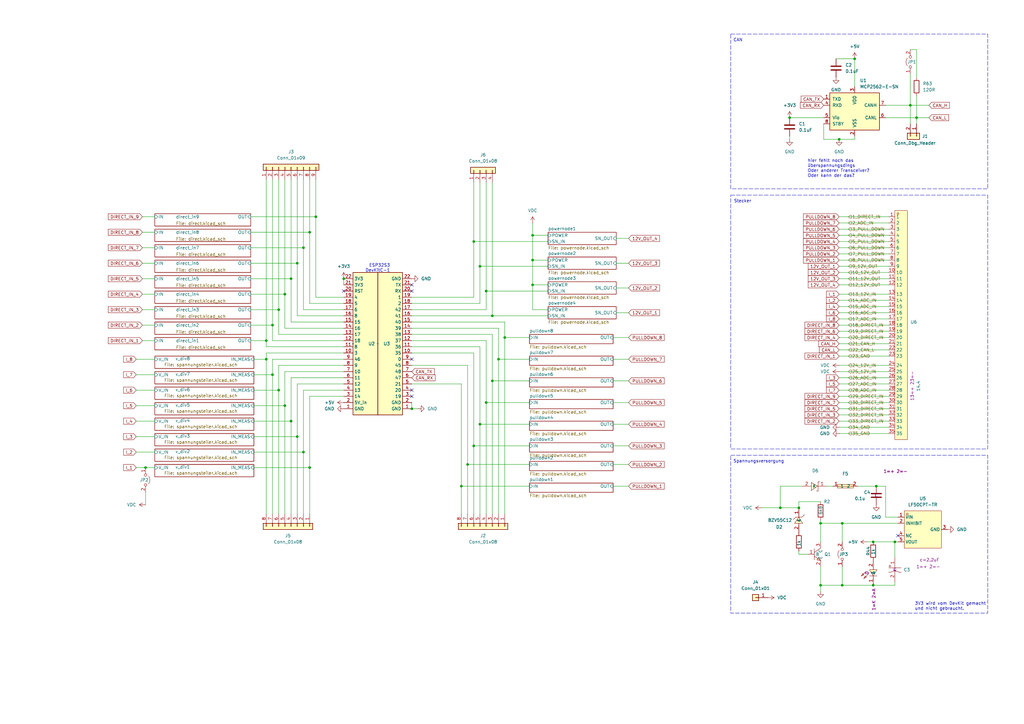
<source format=kicad_sch>
(kicad_sch (version 20250114) (generator "eeschema") (generator_version "9.0")
  (paper "A3")
  (title_block (title "ESPPDM"))
  (rectangle (start 299.72 13.97) (end 405.13 77.47) (stroke (width 0) (type dash)))
  (rectangle (start 299.72 80.01) (end 405.13 184.15) (stroke (width 0) (type dash)))
  (rectangle (start 299.72 186.69) (end 405.13 251.46) (stroke (width 0) (type dash)))
  (text "3V3 wird vom DevKit gemacht\nund nicht gebraucht." (at 375.158 250.444 0) (effects (font (size 1.27 1.27)) (justify left bottom)))
  (text "Stecker" (at 300.99 83.312 0) (effects (font (size 1.27 1.27)) (justify left bottom)))
  (text "CAN" (at 300.736 17.272 0) (effects (font (size 1.27 1.27)) (justify left bottom)))
  (text "hier fehlt noch das\nüberspannungsdings\nOder anderer Transceiver?\nOder kann der das?" (at 331.216 72.898 0) (effects (font (size 1.27 1.27)) (justify left bottom)))
  (text "Spannungsversorgung" (at 300.736 189.992 0) (effects (font (size 1.27 1.27)) (justify left bottom)))
  (text "ESP32S3\nDevKitC-1" (at 160.02 111.76 0) (effects (font (size 1.27 1.27)) (justify right bottom)))
  (junction (at 359.41 199.39))
  (junction (at 336.55 240.03))
  (junction (at 127 191.77))
  (junction (at 199.39 165.1))
  (junction (at 140.97 114.3))
  (junction (at 124.46 185.42))
  (junction (at 196.85 109.22))
  (junction (at 204.47 147.32))
  (junction (at 201.93 156.21))
  (junction (at 194.31 99.06))
  (junction (at 336.55 214.63))
  (junction (at 345.44 214.63))
  (junction (at 124.46 101.6))
  (junction (at 119.38 114.3))
  (junction (at 218.44 96.52))
  (junction (at 116.84 166.37))
  (junction (at 344.17 57.15))
  (junction (at 109.22 139.7))
  (junction (at 320.04 208.28))
  (junction (at 189.23 199.39))
  (junction (at 358.14 222.25))
  (junction (at 350.52 24.13))
  (junction (at 207.01 138.43))
  (junction (at 218.44 106.68))
  (junction (at 111.76 153.67))
  (junction (at 199.39 119.38))
  (junction (at 114.3 160.02))
  (junction (at 127 95.25))
  (junction (at 373.38 43.18))
  (junction (at 116.84 120.65))
  (junction (at 59.69 191.77))
  (junction (at 358.14 240.03))
  (junction (at 196.85 173.99))
  (junction (at 375.92 48.26))
  (junction (at 109.22 147.32))
  (junction (at 327.66 208.28))
  (junction (at 121.92 107.95))
  (junction (at 129.54 88.9))
  (junction (at 367.03 222.25))
  (junction (at 119.38 172.72))
  (junction (at 191.77 190.5))
  (junction (at 121.92 179.07))
  (junction (at 114.3 127))
  (junction (at 218.44 116.84))
  (junction (at 323.85 48.26))
  (junction (at 194.31 182.88))
  (junction (at 201.93 129.54))
  (junction (at 111.76 133.35))
  (junction (at 168.91 167.64))
  (junction (at 345.44 240.03))
  (no_connect (at 168.91 147.32))
  (no_connect (at 168.91 119.38))
  (no_connect (at 168.91 160.02))
  (no_connect (at 140.97 119.38))
  (no_connect (at 368.3 219.71))
  (no_connect (at 168.91 162.56))
  (no_connect (at 168.91 116.84))
  (wire (pts (xy 111.76 147.32) (xy 111.76 153.67)))
  (wire (pts (xy 364.49 125.73) (xy 344.17 125.73)))
  (wire (pts (xy 257.81 199.39) (xy 251.46 199.39)))
  (wire (pts (xy 102.87 120.65) (xy 116.84 120.65)))
  (wire (pts (xy 373.38 20.32) (xy 375.92 20.32)))
  (wire (pts (xy 111.76 153.67) (xy 111.76 210.82)))
  (wire (pts (xy 199.39 119.38) (xy 224.79 119.38)))
  (wire (pts (xy 344.17 165.1) (xy 364.49 165.1)))
  (wire (pts (xy 116.84 152.4) (xy 116.84 166.37)))
  (wire (pts (xy 58.42 120.65) (xy 63.5 120.65)))
  (wire (pts (xy 102.87 139.7) (xy 109.22 139.7)))
  (wire (pts (xy 194.31 144.78) (xy 168.91 144.78)))
  (wire (pts (xy 168.91 165.1) (xy 168.91 167.64)))
  (wire (pts (xy 194.31 182.88) (xy 194.31 210.82)))
  (wire (pts (xy 344.17 109.22) (xy 364.49 109.22)))
  (wire (pts (xy 194.31 182.88) (xy 217.17 182.88)))
  (wire (pts (xy 201.93 137.16) (xy 201.93 156.21)))
  (wire (pts (xy 373.38 43.18) (xy 373.38 50.8)))
  (wire (pts (xy 364.49 88.9) (xy 344.17 88.9)))
  (wire (pts (xy 218.44 106.68) (xy 224.79 106.68)))
  (wire (pts (xy 350.52 24.13) (xy 350.52 35.56)))
  (wire (pts (xy 116.84 166.37) (xy 116.84 210.82)))
  (wire (pts (xy 114.3 160.02) (xy 114.3 210.82)))
  (wire (pts (xy 358.14 240.03) (xy 367.03 240.03)))
  (wire (pts (xy 364.49 133.35) (xy 344.17 133.35)))
  (wire (pts (xy 364.49 120.65) (xy 344.17 120.65)))
  (wire (pts (xy 363.22 212.09) (xy 368.3 212.09)))
  (wire (pts (xy 375.92 48.26) (xy 375.92 50.8)))
  (wire (pts (xy 168.91 129.54) (xy 201.93 129.54)))
  (wire (pts (xy 168.91 124.46) (xy 196.85 124.46)))
  (wire (pts (xy 58.42 133.35) (xy 63.5 133.35)))
  (wire (pts (xy 196.85 109.22) (xy 224.79 109.22)))
  (wire (pts (xy 124.46 101.6) (xy 124.46 127)))
  (wire (pts (xy 355.6 222.25) (xy 358.14 222.25)))
  (wire (pts (xy 336.55 213.36) (xy 336.55 214.63)))
  (wire (pts (xy 121.92 129.54) (xy 140.97 129.54)))
  (wire (pts (xy 320.04 199.39) (xy 328.93 199.39)))
  (wire (pts (xy 199.39 165.1) (xy 217.17 165.1)))
  (wire (pts (xy 364.49 143.51) (xy 344.17 143.51)))
  (wire (pts (xy 121.92 157.48) (xy 140.97 157.48)))
  (wire (pts (xy 199.39 139.7) (xy 168.91 139.7)))
  (wire (pts (xy 373.38 30.48) (xy 373.38 43.18)))
  (wire (pts (xy 127 124.46) (xy 140.97 124.46)))
  (wire (pts (xy 344.17 93.98) (xy 364.49 93.98)))
  (wire (pts (xy 58.42 88.9) (xy 63.5 88.9)))
  (wire (pts (xy 375.92 39.37) (xy 375.92 48.26)))
  (wire (pts (xy 252.73 97.79) (xy 257.81 97.79)))
  (wire (pts (xy 224.79 127) (xy 218.44 127)))
  (wire (pts (xy 55.88 153.67) (xy 63.5 153.67)))
  (wire (pts (xy 367.03 228.6) (xy 367.03 222.25)))
  (wire (pts (xy 102.87 95.25) (xy 127 95.25)))
  (wire (pts (xy 199.39 119.38) (xy 199.39 127)))
  (wire (pts (xy 119.38 154.94) (xy 140.97 154.94)))
  (wire (pts (xy 116.84 120.65) (xy 116.84 134.62)))
  (wire (pts (xy 102.87 133.35) (xy 111.76 133.35)))
  (wire (pts (xy 191.77 190.5) (xy 217.17 190.5)))
  (wire (pts (xy 207.01 138.43) (xy 207.01 210.82)))
  (wire (pts (xy 344.17 135.89) (xy 364.49 135.89)))
  (wire (pts (xy 127 95.25) (xy 127 124.46)))
  (wire (pts (xy 201.93 156.21) (xy 201.93 210.82)))
  (wire (pts (xy 199.39 165.1) (xy 199.39 210.82)))
  (wire (pts (xy 111.76 139.7) (xy 140.97 139.7)))
  (wire (pts (xy 207.01 132.08) (xy 207.01 138.43)))
  (wire (pts (xy 337.82 50.8) (xy 337.82 57.15)))
  (wire (pts (xy 189.23 199.39) (xy 217.17 199.39)))
  (wire (pts (xy 104.14 166.37) (xy 116.84 166.37)))
  (wire (pts (xy 196.85 109.22) (xy 196.85 124.46)))
  (wire (pts (xy 55.88 191.77) (xy 59.69 191.77)))
  (wire (pts (xy 367.03 222.25) (xy 368.3 222.25)))
  (wire (pts (xy 116.84 152.4) (xy 140.97 152.4)))
  (wire (pts (xy 127 162.56) (xy 140.97 162.56)))
  (wire (pts (xy 344.17 172.72) (xy 364.49 172.72)))
  (wire (pts (xy 363.22 43.18) (xy 373.38 43.18)))
  (wire (pts (xy 251.46 156.21) (xy 257.81 156.21)))
  (wire (pts (xy 252.73 128.27) (xy 257.81 128.27)))
  (wire (pts (xy 129.54 121.92) (xy 140.97 121.92)))
  (wire (pts (xy 359.41 199.39) (xy 363.22 199.39)))
  (wire (pts (xy 189.23 157.48) (xy 168.91 157.48)))
  (wire (pts (xy 119.38 172.72) (xy 119.38 210.82)))
  (wire (pts (xy 201.93 129.54) (xy 224.79 129.54)))
  (wire (pts (xy 124.46 160.02) (xy 124.46 185.42)))
  (wire (pts (xy 336.55 214.63) (xy 336.55 222.25)))
  (wire (pts (xy 367.03 238.76) (xy 367.03 240.03)))
  (wire (pts (xy 344.17 111.76) (xy 364.49 111.76)))
  (wire (pts (xy 344.17 57.15) (xy 350.52 57.15)))
  (wire (pts (xy 140.97 116.84) (xy 140.97 114.3)))
  (wire (pts (xy 364.49 149.86) (xy 344.17 149.86)))
  (wire (pts (xy 218.44 106.68) (xy 218.44 116.84)))
  (wire (pts (xy 252.73 107.95) (xy 257.81 107.95)))
  (wire (pts (xy 104.14 179.07) (xy 121.92 179.07)))
  (wire (pts (xy 55.88 172.72) (xy 63.5 172.72)))
  (wire (pts (xy 364.49 157.48) (xy 344.17 157.48)))
  (wire (pts (xy 364.49 160.02) (xy 344.17 160.02)))
  (wire (pts (xy 55.88 160.02) (xy 63.5 160.02)))
  (wire (pts (xy 191.77 149.86) (xy 191.77 190.5)))
  (wire (pts (xy 109.22 142.24) (xy 140.97 142.24)))
  (wire (pts (xy 336.55 214.63) (xy 345.44 214.63)))
  (wire (pts (xy 364.49 146.05) (xy 344.17 146.05)))
  (wire (pts (xy 104.14 172.72) (xy 119.38 172.72)))
  (wire (pts (xy 194.31 99.06) (xy 224.79 99.06)))
  (wire (pts (xy 351.79 199.39) (xy 359.41 199.39)))
  (wire (pts (xy 337.82 57.15) (xy 344.17 57.15)))
  (wire (pts (xy 55.88 185.42) (xy 63.5 185.42)))
  (wire (pts (xy 218.44 96.52) (xy 224.79 96.52)))
  (wire (pts (xy 58.42 139.7) (xy 63.5 139.7)))
  (wire (pts (xy 129.54 73.66) (xy 129.54 88.9)))
  (wire (pts (xy 251.46 165.1) (xy 257.81 165.1)))
  (wire (pts (xy 55.88 166.37) (xy 63.5 166.37)))
  (wire (pts (xy 218.44 116.84) (xy 218.44 127)))
  (wire (pts (xy 364.49 123.19) (xy 344.17 123.19)))
  (wire (pts (xy 59.69 191.77) (xy 63.5 191.77)))
  (wire (pts (xy 345.44 232.41) (xy 345.44 240.03)))
  (wire (pts (xy 58.42 101.6) (xy 63.5 101.6)))
  (wire (pts (xy 55.88 147.32) (xy 63.5 147.32)))
  (wire (pts (xy 168.91 149.86) (xy 191.77 149.86)))
  (wire (pts (xy 104.14 160.02) (xy 114.3 160.02)))
  (wire (pts (xy 119.38 73.66) (xy 119.38 114.3)))
  (wire (pts (xy 251.46 173.99) (xy 257.81 173.99)))
  (wire (pts (xy 104.14 191.77) (xy 127 191.77)))
  (wire (pts (xy 109.22 139.7) (xy 109.22 142.24)))
  (wire (pts (xy 168.91 127) (xy 199.39 127)))
  (wire (pts (xy 364.49 140.97) (xy 344.17 140.97)))
  (wire (pts (xy 364.49 128.27) (xy 344.17 128.27)))
  (wire (pts (xy 102.87 101.6) (xy 124.46 101.6)))
  (wire (pts (xy 124.46 127) (xy 140.97 127)))
  (wire (pts (xy 344.17 114.3) (xy 364.49 114.3)))
  (wire (pts (xy 111.76 133.35) (xy 111.76 139.7)))
  (wire (pts (xy 196.85 74.93) (xy 196.85 109.22)))
  (wire (pts (xy 127 162.56) (xy 127 191.77)))
  (wire (pts (xy 127 191.77) (xy 127 210.82)))
  (wire (pts (xy 109.22 147.32) (xy 109.22 210.82)))
  (wire (pts (xy 199.39 139.7) (xy 199.39 165.1)))
  (wire (pts (xy 196.85 142.24) (xy 196.85 173.99)))
  (wire (pts (xy 320.04 208.28) (xy 320.04 199.39)))
  (wire (pts (xy 111.76 147.32) (xy 140.97 147.32)))
  (wire (pts (xy 58.42 107.95) (xy 63.5 107.95)))
  (wire (pts (xy 58.42 127) (xy 63.5 127)))
  (wire (pts (xy 102.87 114.3) (xy 119.38 114.3)))
  (wire (pts (xy 121.92 73.66) (xy 121.92 107.95)))
  (wire (pts (xy 124.46 160.02) (xy 140.97 160.02)))
  (wire (pts (xy 201.93 74.93) (xy 201.93 129.54)))
  (wire (pts (xy 104.14 147.32) (xy 109.22 147.32)))
  (wire (pts (xy 121.92 107.95) (xy 121.92 129.54)))
  (wire (pts (xy 116.84 120.65) (xy 116.84 73.66)))
  (wire (pts (xy 127 95.25) (xy 127 73.66)))
  (wire (pts (xy 168.91 121.92) (xy 194.31 121.92)))
  (wire (pts (xy 251.46 138.43) (xy 257.81 138.43)))
  (wire (pts (xy 55.88 179.07) (xy 63.5 179.07)))
  (wire (pts (xy 119.38 154.94) (xy 119.38 172.72)))
  (wire (pts (xy 344.17 116.84) (xy 364.49 116.84)))
  (wire (pts (xy 363.22 199.39) (xy 363.22 212.09)))
  (wire (pts (xy 373.38 43.18) (xy 381 43.18)))
  (wire (pts (xy 114.3 127) (xy 114.3 137.16)))
  (wire (pts (xy 102.87 88.9) (xy 129.54 88.9)))
  (wire (pts (xy 189.23 157.48) (xy 189.23 199.39)))
  (wire (pts (xy 58.42 114.3) (xy 63.5 114.3)))
  (wire (pts (xy 104.14 185.42) (xy 124.46 185.42)))
  (wire (pts (xy 364.49 130.81) (xy 344.17 130.81)))
  (wire (pts (xy 204.47 147.32) (xy 204.47 134.62)))
  (wire (pts (xy 251.46 182.88) (xy 257.81 182.88)))
  (wire (pts (xy 124.46 185.42) (xy 124.46 210.82)))
  (wire (pts (xy 344.17 101.6) (xy 364.49 101.6)))
  (wire (pts (xy 191.77 190.5) (xy 191.77 210.82)))
  (wire (pts (xy 323.85 48.26) (xy 337.82 48.26)))
  (wire (pts (xy 363.22 48.26) (xy 375.92 48.26)))
  (wire (pts (xy 350.52 57.15) (xy 350.52 55.88)))
  (wire (pts (xy 336.55 232.41) (xy 336.55 240.03)))
  (wire (pts (xy 218.44 91.44) (xy 218.44 96.52)))
  (wire (pts (xy 124.46 73.66) (xy 124.46 101.6)))
  (wire (pts (xy 109.22 73.66) (xy 109.22 139.7)))
  (wire (pts (xy 201.93 156.21) (xy 217.17 156.21)))
  (wire (pts (xy 344.17 138.43) (xy 364.49 138.43)))
  (wire (pts (xy 109.22 144.78) (xy 109.22 147.32)))
  (wire (pts (xy 364.49 154.94) (xy 344.17 154.94)))
  (wire (pts (xy 204.47 147.32) (xy 217.17 147.32)))
  (wire (pts (xy 194.31 99.06) (xy 194.31 121.92)))
  (wire (pts (xy 345.44 240.03) (xy 358.14 240.03)))
  (wire (pts (xy 336.55 240.03) (xy 345.44 240.03)))
  (wire (pts (xy 119.38 132.08) (xy 140.97 132.08)))
  (wire (pts (xy 364.49 175.26) (xy 344.17 175.26)))
  (wire (pts (xy 204.47 134.62) (xy 168.91 134.62)))
  (wire (pts (xy 199.39 74.93) (xy 199.39 119.38)))
  (wire (pts (xy 344.17 99.06) (xy 364.49 99.06)))
  (wire (pts (xy 251.46 147.32) (xy 257.81 147.32)))
  (wire (pts (xy 121.92 157.48) (xy 121.92 179.07)))
  (wire (pts (xy 59.69 207.01) (xy 59.69 201.93)))
  (wire (pts (xy 323.85 55.88) (xy 323.85 57.15)))
  (wire (pts (xy 129.54 88.9) (xy 129.54 121.92)))
  (wire (pts (xy 327.66 205.74) (xy 327.66 208.28)))
  (wire (pts (xy 194.31 144.78) (xy 194.31 182.88)))
  (wire (pts (xy 327.66 227.33) (xy 331.47 227.33)))
  (wire (pts (xy 364.49 162.56) (xy 344.17 162.56)))
  (wire (pts (xy 114.3 137.16) (xy 140.97 137.16)))
  (wire (pts (xy 342.9 24.13) (xy 350.52 24.13)))
  (wire (pts (xy 218.44 96.52) (xy 218.44 106.68)))
  (wire (pts (xy 114.3 149.86) (xy 114.3 160.02)))
  (wire (pts (xy 344.17 106.68) (xy 364.49 106.68)))
  (wire (pts (xy 358.14 222.25) (xy 367.03 222.25)))
  (wire (pts (xy 252.73 118.11) (xy 257.81 118.11)))
  (wire (pts (xy 344.17 170.18) (xy 364.49 170.18)))
  (wire (pts (xy 364.49 177.8) (xy 344.17 177.8)))
  (wire (pts (xy 218.44 116.84) (xy 224.79 116.84)))
  (wire (pts (xy 168.91 137.16) (xy 201.93 137.16)))
  (wire (pts (xy 119.38 114.3) (xy 119.38 132.08)))
  (wire (pts (xy 102.87 127) (xy 114.3 127)))
  (wire (pts (xy 168.91 132.08) (xy 207.01 132.08)))
  (wire (pts (xy 189.23 199.39) (xy 189.23 210.82)))
  (wire (pts (xy 320.04 208.28) (xy 327.66 208.28)))
  (wire (pts (xy 168.91 142.24) (xy 196.85 142.24)))
  (wire (pts (xy 344.17 91.44) (xy 364.49 91.44)))
  (wire (pts (xy 375.92 48.26) (xy 381 48.26)))
  (wire (pts (xy 251.46 190.5) (xy 257.81 190.5)))
  (wire (pts (xy 345.44 214.63) (xy 368.3 214.63)))
  (wire (pts (xy 58.42 95.25) (xy 63.5 95.25)))
  (wire (pts (xy 375.92 20.32) (xy 375.92 31.75)))
  (wire (pts (xy 168.91 167.64) (xy 171.45 167.64)))
  (wire (pts (xy 344.17 167.64) (xy 364.49 167.64)))
  (wire (pts (xy 344.17 96.52) (xy 364.49 96.52)))
  (wire (pts (xy 196.85 173.99) (xy 217.17 173.99)))
  (wire (pts (xy 104.14 153.67) (xy 111.76 153.67)))
  (wire (pts (xy 345.44 222.25) (xy 345.44 214.63)))
  (wire (pts (xy 344.17 104.14) (xy 364.49 104.14)))
  (wire (pts (xy 312.42 208.28) (xy 320.04 208.28)))
  (wire (pts (xy 102.87 107.95) (xy 121.92 107.95)))
  (wire (pts (xy 336.55 242.57) (xy 336.55 240.03)))
  (wire (pts (xy 114.3 149.86) (xy 140.97 149.86)))
  (wire (pts (xy 196.85 173.99) (xy 196.85 210.82)))
  (wire (pts (xy 204.47 210.82) (xy 204.47 147.32)))
  (wire (pts (xy 121.92 179.07) (xy 121.92 210.82)))
  (wire (pts (xy 327.66 227.33) (xy 327.66 226.06)))
  (wire (pts (xy 111.76 133.35) (xy 111.76 73.66)))
  (wire (pts (xy 339.09 199.39) (xy 341.63 199.39)))
  (wire (pts (xy 116.84 134.62) (xy 140.97 134.62)))
  (wire (pts (xy 194.31 74.93) (xy 194.31 99.06)))
  (wire (pts (xy 207.01 138.43) (xy 217.17 138.43)))
  (wire (pts (xy 109.22 144.78) (xy 140.97 144.78)))
  (wire (pts (xy 364.49 152.4) (xy 344.17 152.4)))
  (wire (pts (xy 327.66 205.74) (xy 336.55 205.74)))
  (wire (pts (xy 114.3 73.66) (xy 114.3 127)))
  (global_label "12V_OUT_4" (shape input) (at 344.17 116.84 180) (property "Intersheetrefs" "${INTERSHEET_REFS}" (effects (hide yes))))
  (global_label "I_8" (shape input) (at 55.88 147.32 180) (property "Intersheetrefs" "${INTERSHEET_REFS}" (effects (hide yes))))
  (global_label "DIRECT_IN_3" (shape input) (at 58.42 127 180) (property "Intersheetrefs" "${INTERSHEET_REFS}" (effects (hide yes))))
  (global_label "12V_OUT_1" (shape input) (at 344.17 109.22 180) (property "Intersheetrefs" "${INTERSHEET_REFS}" (effects (hide yes))))
  (global_label "CAN_RX" (shape input) (at 337.82 43.18 180) (property "Intersheetrefs" "${INTERSHEET_REFS}" (effects (hide yes))))
  (global_label "I_4" (shape input) (at 344.17 125.73 180) (property "Intersheetrefs" "${INTERSHEET_REFS}" (effects (hide yes))))
  (global_label "PULLDOWN_2" (shape input) (at 257.81 190.5 0) (property "Intersheetrefs" "${INTERSHEET_REFS}" (effects (hide yes))))
  (global_label "PULLDOWN_6" (shape input) (at 344.17 93.98 180) (property "Intersheetrefs" "${INTERSHEET_REFS}" (effects (hide yes))))
  (global_label "I_5" (shape input) (at 344.17 157.48 180) (property "Intersheetrefs" "${INTERSHEET_REFS}" (effects (hide yes))))
  (global_label "I_1" (shape input) (at 55.88 191.77 180) (property "Intersheetrefs" "${INTERSHEET_REFS}" (effects (hide yes))))
  (global_label "DIRECT_IN_7" (shape input) (at 344.17 165.1 180) (property "Intersheetrefs" "${INTERSHEET_REFS}" (effects (hide yes))))
  (global_label "DIRECT_IN_6" (shape input) (at 344.17 135.89 180) (property "Intersheetrefs" "${INTERSHEET_REFS}" (effects (hide yes))))
  (global_label "PULLDOWN_8" (shape input) (at 257.81 138.43 0) (property "Intersheetrefs" "${INTERSHEET_REFS}" (effects (hide yes))))
  (global_label "DIRECT_IN_2" (shape input) (at 58.42 133.35 180) (property "Intersheetrefs" "${INTERSHEET_REFS}" (effects (hide yes))))
  (global_label "I_7" (shape input) (at 55.88 153.67 180) (property "Intersheetrefs" "${INTERSHEET_REFS}" (effects (hide yes))))
  (global_label "PULLDOWN_7" (shape input) (at 344.17 91.44 180) (property "Intersheetrefs" "${INTERSHEET_REFS}" (effects (hide yes))))
  (global_label "I_3" (shape input) (at 55.88 179.07 180) (property "Intersheetrefs" "${INTERSHEET_REFS}" (effects (hide yes))))
  (global_label "I_8" (shape input) (at 344.17 130.81 180) (property "Intersheetrefs" "${INTERSHEET_REFS}" (effects (hide yes))))
  (global_label "12V_OUT_4" (shape input) (at 257.81 97.79 0) (property "Intersheetrefs" "${INTERSHEET_REFS}" (effects (hide yes))))
  (global_label "PULLDOWN_5" (shape input) (at 257.81 165.1 0) (property "Intersheetrefs" "${INTERSHEET_REFS}" (effects (hide yes))))
  (global_label "DIRECT_IN_9" (shape input) (at 58.42 88.9 180) (property "Intersheetrefs" "${INTERSHEET_REFS}" (effects (hide yes))))
  (global_label "CAN_L" (shape input) (at 381 48.26 0) (property "Intersheetrefs" "${INTERSHEET_REFS}" (effects (hide yes))))
  (global_label "DIRECT_IN_6" (shape input) (at 58.42 107.95 180) (property "Intersheetrefs" "${INTERSHEET_REFS}" (effects (hide yes))))
  (global_label "I_5" (shape input) (at 55.88 166.37 180) (property "Intersheetrefs" "${INTERSHEET_REFS}" (effects (hide yes))))
  (global_label "12V_OUT_3" (shape input) (at 344.17 114.3 180) (property "Intersheetrefs" "${INTERSHEET_REFS}" (effects (hide yes))))
  (global_label "DIRECT_IN_8" (shape input) (at 58.42 95.25 180) (property "Intersheetrefs" "${INTERSHEET_REFS}" (effects (hide yes))))
  (global_label "I_7" (shape input) (at 344.17 160.02 180) (property "Intersheetrefs" "${INTERSHEET_REFS}" (effects (hide yes))))
  (global_label "CAN_H" (shape input) (at 344.17 140.97 180) (property "Intersheetrefs" "${INTERSHEET_REFS}" (effects (hide yes))))
  (global_label "PULLDOWN_2" (shape input) (at 344.17 104.14 180) (property "Intersheetrefs" "${INTERSHEET_REFS}" (effects (hide yes))))
  (global_label "DIRECT_IN_7" (shape input) (at 58.42 101.6 180) (property "Intersheetrefs" "${INTERSHEET_REFS}" (effects (hide yes))))
  (global_label "PULLDOWN_3" (shape input) (at 344.17 101.6 180) (property "Intersheetrefs" "${INTERSHEET_REFS}" (effects (hide yes))))
  (global_label "I_6" (shape input) (at 344.17 128.27 180) (property "Intersheetrefs" "${INTERSHEET_REFS}" (effects (hide yes))))
  (global_label "PULLDOWN_7" (shape input) (at 257.81 147.32 0) (property "Intersheetrefs" "${INTERSHEET_REFS}" (effects (hide yes))))
  (global_label "PULLDOWN_6" (shape input) (at 257.81 156.21 0) (property "Intersheetrefs" "${INTERSHEET_REFS}" (effects (hide yes))))
  (global_label "PULLDOWN_1" (shape input) (at 344.17 106.68 180) (property "Intersheetrefs" "${INTERSHEET_REFS}" (effects (hide yes))))
  (global_label "PULLDOWN_4" (shape input) (at 344.17 99.06 180) (property "Intersheetrefs" "${INTERSHEET_REFS}" (effects (hide yes))))
  (global_label "I_2" (shape input) (at 344.17 123.19 180) (property "Intersheetrefs" "${INTERSHEET_REFS}" (effects (hide yes))))
  (global_label "I_3" (shape input) (at 344.17 154.94 180) (property "Intersheetrefs" "${INTERSHEET_REFS}" (effects (hide yes))))
  (global_label "I_2" (shape input) (at 55.88 185.42 180) (property "Intersheetrefs" "${INTERSHEET_REFS}" (effects (hide yes))))
  (global_label "CAN_RX" (shape input) (at 168.91 154.94 0) (property "Intersheetrefs" "${INTERSHEET_REFS}" (effects (hide yes))))
  (global_label "12V_OUT_2" (shape input) (at 344.17 111.76 180) (property "Intersheetrefs" "${INTERSHEET_REFS}" (effects (hide yes))))
  (global_label "CAN_L" (shape input) (at 344.17 143.51 180) (property "Intersheetrefs" "${INTERSHEET_REFS}" (effects (hide yes))))
  (global_label "DIRECT_IN_9" (shape input) (at 344.17 162.56 180) (property "Intersheetrefs" "${INTERSHEET_REFS}" (effects (hide yes))))
  (global_label "DIRECT_IN_5" (shape input) (at 58.42 114.3 180) (property "Intersheetrefs" "${INTERSHEET_REFS}" (effects (hide yes))))
  (global_label "12V_OUT_1" (shape input) (at 257.81 128.27 0) (property "Intersheetrefs" "${INTERSHEET_REFS}" (effects (hide yes))))
  (global_label "PULLDOWN_4" (shape input) (at 257.81 173.99 0) (property "Intersheetrefs" "${INTERSHEET_REFS}" (effects (hide yes))))
  (global_label "DIRECT_IN_8" (shape input) (at 344.17 133.35 180) (property "Intersheetrefs" "${INTERSHEET_REFS}" (effects (hide yes))))
  (global_label "DIRECT_IN_4" (shape input) (at 344.17 138.43 180) (property "Intersheetrefs" "${INTERSHEET_REFS}" (effects (hide yes))))
  (global_label "I_6" (shape input) (at 55.88 160.02 180) (property "Intersheetrefs" "${INTERSHEET_REFS}" (effects (hide yes))))
  (global_label "CAN_H" (shape input) (at 381 43.18 0) (property "Intersheetrefs" "${INTERSHEET_REFS}" (effects (hide yes))))
  (global_label "PULLDOWN_1" (shape input) (at 257.81 199.39 0) (property "Intersheetrefs" "${INTERSHEET_REFS}" (effects (hide yes))))
  (global_label "PULLDOWN_3" (shape input) (at 257.81 182.88 0) (property "Intersheetrefs" "${INTERSHEET_REFS}" (effects (hide yes))))
  (global_label "CAN_TX" (shape input) (at 337.82 40.64 180) (property "Intersheetrefs" "${INTERSHEET_REFS}" (effects (hide yes))))
  (global_label "I_1" (shape input) (at 344.17 120.65 180) (property "Intersheetrefs" "${INTERSHEET_REFS}" (effects (hide yes))))
  (global_label "DIRECT_IN_5" (shape input) (at 344.17 167.64 180) (property "Intersheetrefs" "${INTERSHEET_REFS}" (effects (hide yes))))
  (global_label "DIRECT_IN_4" (shape input) (at 58.42 120.65 180) (property "Intersheetrefs" "${INTERSHEET_REFS}" (effects (hide yes))))
  (global_label "DIRECT_IN_1" (shape input) (at 58.42 139.7 180) (property "Intersheetrefs" "${INTERSHEET_REFS}" (effects (hide yes))))
  (global_label "PULLDOWN_5" (shape input) (at 344.17 96.52 180) (property "Intersheetrefs" "${INTERSHEET_REFS}" (effects (hide yes))))
  (global_label "12V_OUT_3" (shape input) (at 257.81 107.95 0) (property "Intersheetrefs" "${INTERSHEET_REFS}" (effects (hide yes))))
  (global_label "CAN_TX" (shape input) (at 168.91 152.4 0) (property "Intersheetrefs" "${INTERSHEET_REFS}" (effects (hide yes))))
  (global_label "PULLDOWN_8" (shape input) (at 344.17 88.9 180) (property "Intersheetrefs" "${INTERSHEET_REFS}" (effects (hide yes))))
  (global_label "DIRECT_IN_1" (shape input) (at 344.17 146.05 180) (property "Intersheetrefs" "${INTERSHEET_REFS}" (effects (hide yes))))
  (global_label "12V_OUT_2" (shape input) (at 257.81 118.11 0) (property "Intersheetrefs" "${INTERSHEET_REFS}" (effects (hide yes))))
  (global_label "DIRECT_IN_3" (shape input) (at 344.17 170.18 180) (property "Intersheetrefs" "${INTERSHEET_REFS}" (effects (hide yes))))
  (global_label "I_4" (shape input) (at 55.88 172.72 180) (property "Intersheetrefs" "${INTERSHEET_REFS}" (effects (hide yes))))
  (global_label "DIRECT_IN_2" (shape input) (at 344.17 172.72 180) (property "Intersheetrefs" "${INTERSHEET_REFS}" (effects (hide yes))))
  (hierarchical_label "25_12V_IN" (shape input) (at 347.98 152.4 0))
  (hierarchical_label "24_12V_IN" (shape input) (at 347.98 149.86 0))
  (hierarchical_label "18_DIRECT_IN" (shape input) (at 347.98 133.35 0))
  (hierarchical_label "17_ADC_IN" (shape input) (at 347.98 130.81 0))
  (hierarchical_label "19_DIRECT_IN" (shape input) (at 347.98 135.89 0))
  (hierarchical_label "20_DIRECT_IN" (shape input) (at 347.98 138.43 0))
  (hierarchical_label "21_CAN_H" (shape input) (at 347.98 140.97 0))
  (hierarchical_label "22_CAN_L" (shape input) (at 347.98 143.51 0))
  (hierarchical_label "23_GND" (shape input) (at 347.98 146.05 0))
  (hierarchical_label "11_12V_OUT" (shape input) (at 347.98 114.3 0))
  (hierarchical_label "12_12V_OUT" (shape input) (at 347.98 116.84 0))
  (hierarchical_label "13_12V_IN" (shape input) (at 347.98 120.65 0))
  (hierarchical_label "9_12V_OUT" (shape input) (at 347.98 109.22 0))
  (hierarchical_label "10_12V_OUT" (shape input) (at 347.98 111.76 0))
  (hierarchical_label "8_PULL_DOWN" (shape input) (at 347.98 106.68 0))
  (hierarchical_label "7_PULL_DOWN" (shape input) (at 347.98 104.14 0))
  (hierarchical_label "4_PULL_DOWN" (shape input) (at 347.98 96.52 0))
  (hierarchical_label "5_PULL_DOWN" (shape input) (at 347.98 99.06 0))
  (hierarchical_label "3_PULL_DOWN" (shape input) (at 347.98 93.98 0))
  (hierarchical_label "6_PULL_DOWN" (shape input) (at 347.98 101.6 0))
  (hierarchical_label "16_ADC_IN" (shape input) (at 347.98 128.27 0))
  (hierarchical_label "1_DIRECT_IN" (shape input) (at 347.98 88.9 0))
  (hierarchical_label "15_ADC_IN" (shape input) (at 347.98 125.73 0))
  (hierarchical_label "14_ADC_IN" (shape input) (at 347.98 123.19 0))
  (hierarchical_label "26_ADC_IN" (shape input) (at 347.98 154.94 0))
  (hierarchical_label "27_ADC_IN" (shape input) (at 347.98 157.48 0))
  (hierarchical_label "28_ADC_IN" (shape input) (at 347.98 160.02 0))
  (hierarchical_label "29_DIRECT_IN" (shape input) (at 347.98 162.56 0))
  (hierarchical_label "30_DIRECT_IN" (shape input) (at 347.98 165.1 0))
  (hierarchical_label "31_DIRECT_IN" (shape input) (at 347.98 167.64 0))
  (hierarchical_label "32_DIRECT_IN" (shape input) (at 347.98 170.18 0))
  (hierarchical_label "34_GND" (shape input) (at 347.98 175.26 0))
  (hierarchical_label "33_DIRECT_IN" (shape input) (at 347.98 172.72 0))
  (hierarchical_label "35_GND" (shape input) (at 347.98 177.8 0))
  (hierarchical_label "2_ADC_IN" (shape input) (at 347.98 91.44 0))
  (symbol (lib_id "power:VDC") (at 314.96 245.11 270) (unit 1)
    (property "Reference" "#PWR030" (effects (hide yes)))
    (property "Value" "VDC" (at 318.77 245.1099 90) (effects (justify left)))
    (property "Description" "Power symbol creates a global label with name \"VDC\"" (effects (hide yes)))
  )
  (symbol (lib_id "power:GND") (at 323.85 57.15 0) (unit 1)
    (property "Reference" "#PWR043" (effects (hide yes)))
    (property "Value" "GND" (at 323.85 62.23 0))
  )
  (symbol (lib_id "power:VDC") (at 344.17 152.4 90) (unit 1)
    (property "Reference" "#PWR073" (effects (hide yes)))
    (property "Value" "VDC" (at 340.36 152.3999 90) (effects (justify left)))
    (property "Description" "Power symbol creates a global label with name \"VDC\"" (effects (hide yes)))
  )
  (symbol (lib_id "lcsc:1N5819HW-7-F") (at 334.01 199.39 180) (unit 1)
    (property "Reference" "D6" (at 334.39 193.04 0))
    (property "Value" "1N5819HW-7-F" (effects (hide yes)))
    (property "Footprint" "lcsc:SOD-123_L2.7-W1.6-LS3.7-RD" (effects (hide yes)))
    (property "Datasheet" "https://lcsc.com/product-detail/Schottky-Barrier-Diodes-SBD_DIODES_1N5819HW-7-F_1N5819HW-7-F_C82544.html" (effects (hide yes)))
    (property "LCSC Part" "C82544" (effects (hide yes)))
    (property "Sim.Device" "D" (effects (hide yes)))
    (property "Sim.Pins" "1=K 2=A" (effects (hide yes)))
  )
  (symbol (lib_id "custom:esp32-s3-devkitc-1_r") (at 152.4 140.97 180) (unit 1) (exclude_from_sim yes)
    (property "Reference" "U2" (at 152.4 140.97 0))
    (property "Value" "~" (at 144.78 140.97 0))
    (property "Footprint" "Connector_PinSocket_2.54mm:PinSocket_1x22_P2.54mm_Vertical" (effects (hide yes)))
  )
  (symbol (lib_id "lcsc:2SC1623300-400") (at 334.01 227.33 0) (unit 1)
    (property "Reference" "Q1" (at 338.074 227.33 0) (effects (justify left)))
    (property "Value" "2SC1623 300-400" (effects (hide yes)))
    (property "Footprint" "lcsc:SOT-23-3_L2.9-W1.3-P1.90-LS2.4-BR" (effects (hide yes)))
    (property "Datasheet" "https://lcsc.com/product-detail/Transistors-NPN-PNP_2SC1623_C2133.html" (effects (hide yes)))
    (property "LCSC Part" "C2133" (effects (hide yes)))
    (property "Sim.Device" "NPN" (effects (hide yes)))
    (property "Sim.Type" "VBIC" (effects (hide yes)))
    (property "Sim.Pins" "1=C 2=B 3=E" (effects (hide yes)))
  )
  (symbol (lib_id "Device:R") (at 327.66 222.25 0) (unit 1)
    (property "Reference" "R3" (effects (hide yes)))
    (property "Value" "1k" (at 327.66 224.028 90) (effects (justify left)))
    (property "Footprint" "Resistor_SMD:R_0603_1608Metric" (effects (hide yes)))
  )
  (symbol (lib_id "Device:R") (at 336.55 209.55 0) (unit 1)
    (property "Reference" "R2" (at 337.82 205.74 0) (effects (justify left)))
    (property "Value" "6k8" (at 336.55 211.074 90) (effects (justify left)))
    (property "Footprint" "Resistor_SMD:R_0603_1608Metric" (effects (hide yes)))
  )
  (symbol (lib_id "power:GND") (at 171.45 167.64 90) (unit 1)
    (property "Reference" "#PWR051" (effects (hide yes)))
    (property "Value" "GND" (at 175.26 167.64 90) (effects (justify right)))
  )
  (symbol (lib_name "GND_1") (lib_id "power:GND") (at 344.17 177.8 270) (unit 1)
    (property "Reference" "#PWR028" (effects (hide yes)))
    (property "Value" "GND" (at 340.36 177.7999 90) (effects (justify right)))
    (property "Description" "Power symbol creates a global label with name \"GND\" , ground" (effects (hide yes)))
  )
  (symbol (lib_id "power:VDC") (at 344.17 149.86 90) (unit 1)
    (property "Reference" "#PWR031" (effects (hide yes)))
    (property "Value" "VDC" (at 340.36 149.8599 90) (effects (justify left)))
    (property "Description" "Power symbol creates a global label with name \"VDC\"" (effects (hide yes)))
  )
  (symbol (lib_id "Connector_Generic:Conn_01x01") (at 309.88 245.11 180) (unit 1) (exclude_from_sim yes) (in_bom no)
    (property "Reference" "J4" (at 309.88 238.76 0))
    (property "Value" "Conn_01x01" (at 309.88 241.3 0))
    (property "Footprint" "Connector_PinHeader_2.54mm:PinHeader_1x01_P2.54mm_Vertical" (effects (hide yes)))
    (property "Description" "Generic connector, single row, 01x01, script generated (kicad-library-utils/schlib/autogen/connector/)" (effects (hide yes)))
  )
  (symbol (lib_id "power:GND") (at 336.55 242.57 0) (unit 1)
    (property "Reference" "#PWR052" (effects (hide yes)))
    (property "Value" "GND" (at 336.55 247.65 0))
  )
  (symbol (lib_id "power:+5V") (at 350.52 24.13 0) (unit 1)
    (property "Reference" "#PWR049" (effects (hide yes)))
    (property "Value" "+5V" (at 350.52 19.05 0))
  )
  (symbol (lib_id "Device:C") (at 342.9 27.94 0) (unit 1)
    (property "Reference" "C2" (at 346.71 26.67 0) (effects (justify left)))
    (property "Value" "0.1uF" (at 346.71 29.21 0) (effects (justify left)))
    (property "Footprint" "Capacitor_SMD:C_0603_1608Metric" (effects (hide yes)))
  )
  (symbol (lib_id "Jumper:Jumper_2_Open") (at 373.38 25.4 90) (unit 1)
    (property "Reference" "JP1" (at 372.11 25.4 90) (effects (justify right)))
    (property "Value" "Jumper_2_Open" (effects (hide yes)))
    (property "Footprint" "Jumper:SolderJumper-2_P1.3mm_Open_Pad1.0x1.5mm" (effects (hide yes)))
    (property "Sim.Device" "SW" (effects (hide yes)))
    (property "Sim.Type" "V" (effects (hide yes)))
    (property "Sim.Pins" "1=ctrl+ 2=ctrl-" (effects (hide yes)))
    (property "Sim.Params" "ic=off" (effects (hide yes)))
  )
  (symbol (lib_id "power:GND") (at 359.41 207.01 0) (unit 1)
    (property "Reference" "#PWR063" (effects (hide yes)))
    (property "Value" "GND" (at 359.41 212.09 0))
  )
  (symbol (lib_id "power:+3V3") (at 323.85 48.26 0) (unit 1)
    (property "Reference" "#PWR042" (effects (hide yes)))
    (property "Value" "+3V3" (at 323.85 43.18 0))
  )
  (symbol (lib_id "power:GND") (at 388.62 217.17 90) (unit 1)
    (property "Reference" "#PWR066" (effects (hide yes)))
    (property "Value" "GND" (at 392.43 217.1699 90) (effects (justify right)))
  )
  (symbol (lib_id "lcsc:RVT2A2R2M0605_C335981") (at 367.03 233.68 0) (unit 1)
    (property "Reference" "C3" (at 370.586 233.68 0) (effects (justify left)))
    (property "Value" "${SIM.PARAMS}" (effects (hide yes)))
    (property "Footprint" "lcsc:CAP-SMD_BD6.3-L6.6-W6.6-FD" (effects (hide yes)))
    (property "Datasheet" "https://lcsc.com/product-detail/Others_ROQANG-RVT2A2R2M0605_C335981.html" (effects (hide yes)))
    (property "LCSC Part" "C335981" (effects (hide yes)))
    (property "Sim.Device" "C" (at 367.03 233.68 0))
    (property "Sim.Type" "=" (at 367.03 233.68 0))
    (property "Sim.Params" "c=2.2uF" (at 381.254 229.616 0))
    (property "Sim.Pins" "1=+ 2=-" (at 380.746 232.41 0))
  )
  (symbol (lib_id "Connector_Generic:Conn_01x02") (at 375.92 55.88 270) (unit 1) (exclude_from_sim yes) (in_bom no)
    (property "Reference" "J1" (at 378.206 55.88 90) (effects (justify left)))
    (property "Value" "Conn_Dbg_Header" (at 366.776 58.674 90) (effects (justify left)))
    (property "Footprint" "Connector_PinHeader_2.54mm:PinHeader_1x02_P2.54mm_Vertical" (effects (hide yes)))
    (property "Description" "Generic connector, single row, 01x02, script generated (kicad-library-utils/schlib/autogen/connector/)" (effects (hide yes)))
  )
  (symbol (lib_name "+3V3_1") (lib_id "power:+3V3") (at 140.97 114.3 0) (unit 1)
    (property "Reference" "#PWR046" (effects (hide yes)))
    (property "Value" "+3V3" (at 140.97 109.22 0))
    (property "Description" "Power symbol creates a global label with name \"+3V3\"" (effects (hide yes)))
  )
  (symbol (lib_id "power:VDC") (at 218.44 91.44 0) (unit 1)
    (property "Reference" "#PWR035" (effects (hide yes)))
    (property "Value" "VDC" (at 218.44 86.36 0))
    (property "Description" "Power symbol creates a global label with name \"VDC\"" (effects (hide yes)))
  )
  (symbol (lib_id "power:VDC") (at 312.42 208.28 90) (unit 1)
    (property "Reference" "#PWR033" (effects (hide yes)))
    (property "Value" "VDC" (at 308.61 208.2799 90) (effects (justify left)))
    (property "Description" "Power symbol creates a global label with name \"VDC\"" (effects (hide yes)))
  )
  (symbol (lib_id "Device:C") (at 323.85 52.07 0) (unit 1)
    (property "Reference" "C1" (at 327.66 50.8 0) (effects (justify left)))
    (property "Value" "0.1uF" (at 327.66 53.34 0) (effects (justify left)))
    (property "Footprint" "Capacitor_SMD:C_0603_1608Metric" (effects (hide yes)))
  )
  (symbol (lib_id "Connector_Generic:Conn_01x08") (at 199.39 215.9 270) (unit 1)
    (property "Reference" "J2" (at 198.12 219.71 90))
    (property "Value" "Conn_01x08" (at 198.12 222.25 90))
    (property "Footprint" "Connector_PinHeader_2.54mm:PinHeader_1x08_P2.54mm_Vertical" (effects (hide yes)))
    (property "Description" "Generic connector, single row, 01x08, script generated (kicad-library-utils/schlib/autogen/connector/)" (effects (hide yes)))
  )
  (symbol (lib_id "power:GND") (at 342.9 31.75 0) (unit 1)
    (property "Reference" "#PWR044" (effects (hide yes)))
    (property "Value" "GND" (at 342.9 36.83 0))
  )
  (symbol (lib_id "Device:C") (at 359.41 203.2 0) (unit 1)
    (property "Reference" "C4" (at 354.33 201.93 0) (effects (justify left)))
    (property "Value" "0.1u" (at 350.52 204.47 0) (effects (justify left)))
    (property "Footprint" "Capacitor_SMD:C_0603_1608Metric" (effects (hide yes)))
    (property "Sim.Device" "C" (at 359.41 203.2 0))
    (property "Sim.Pins" "1=+ 2=-" (at 367.284 193.294 0))
  )
  (symbol (lib_id "Device:R") (at 358.14 226.06 180) (unit 1)
    (property "Reference" "R44" (at 356.108 224.028 90) (effects (justify left)))
    (property "Value" "1k" (at 358.14 225.044 90) (effects (justify left)))
    (property "Footprint" "Resistor_SMD:R_0603_1608Metric" (effects (hide yes)))
  )
  (symbol (lib_id "lcsc:BZV55C12") (at 327.66 213.36 270) (unit 1) (exclude_from_sim yes)
    (property "Reference" "D2" (at 318.262 216.154 90) (effects (justify left)))
    (property "Value" "BZV55C12" (at 314.96 213.36 90) (effects (justify left)))
    (property "Footprint" "lcsc:SOD-80_L3.5-W1.5-RD" (effects (hide yes)))
    (property "Datasheet" "https://lcsc.com/product-detail/Zener-Diodes_LGE-BZV55C12_C545360.html" (effects (hide yes)))
    (property "LCSC Part" "C545360" (effects (hide yes)))
    (property "Sim.Device" "SPICE" (effects (hide yes)))
    (property "Sim.Params" "model=\"D2 1 2 DF\r\nDZ 3 1 DR\r\nVZ 2 3 9.78\r\n.MODEL DF D ( IS=17.2p RS=32.5 N=1.10\r\n+ CJO=42.7p VJ=1.00 M=0.330 TT=50.1n )\r\n.MODEL DR D ( IS=3.43f RS=9.46 N=3.00).ENDS\"" (effects (hide yes)))
  )
  (symbol (lib_id "Interface_CAN_LIN:MCP2562-E-SN") (at 350.52 45.72 0) (unit 1) (exclude_from_sim yes)
    (property "Reference" "U1" (at 352.7141 33.02 0) (effects (justify left)))
    (property "Value" "MCP2562-E-SN" (at 352.7141 35.56 0) (effects (justify left)))
    (property "Footprint" "Package_SO:SOIC-8_3.9x4.9mm_P1.27mm" (effects (hide yes)))
    (property "Datasheet" "http://ww1.microchip.com/downloads/en/DeviceDoc/25167A.pdf" (effects (hide yes)))
    (property "lcsc" "C53609" (effects (hide yes)))
  )
  (symbol (lib_id "Connector_Generic:Conn_01x08") (at 119.38 215.9 270) (unit 1) (exclude_from_sim yes) (in_bom no)
    (property "Reference" "J5" (at 118.11 219.71 90))
    (property "Value" "Conn_01x08" (at 118.11 222.25 90))
    (property "Footprint" "Connector_PinHeader_2.54mm:PinHeader_1x08_P2.54mm_Vertical" (effects (hide yes)))
    (property "Description" "Generic connector, single row, 01x08, script generated (kicad-library-utils/schlib/autogen/connector/)" (effects (hide yes)))
  )
  (symbol (lib_id "lcsc:1812L050_30PR") (at 346.71 199.39 0) (unit 1)
    (property "Reference" "F5" (at 346.71 194.31 0))
    (property "Value" "1812L050/30PR" (effects (hide yes)))
    (property "Footprint" "lcsc:F1812" (effects (hide yes)))
    (property "Datasheet" "https://lcsc.com/product-detail/Surface-Mount-Fuses_Littelfuse_1812L050-30PR_500mA-30V-Self-recovery_C151168.html" (effects (hide yes)))
    (property "LCSC Part" "C151168" (effects (hide yes)))
    (property "Sim.Device" "SW" (effects (hide yes)))
    (property "Sim.Pins" "1=ctrl+ 2=ctrl-" (effects (hide yes)))
    (property "Sim.Params" "ic=on" (effects (hide yes)))
    (property "Sim.Type" "V" (effects (hide yes)))
  )
  (symbol (lib_name "GND_2") (lib_id "power:GND") (at 344.17 175.26 270) (unit 1)
    (property "Reference" "#PWR029" (effects (hide yes)))
    (property "Value" "GND" (at 340.36 175.2599 90) (effects (justify right)))
    (property "Description" "Power symbol creates a global label with name \"GND\" , ground" (effects (hide yes)))
  )
  (symbol (lib_id "Jumper:Jumper_2_Open") (at 59.69 196.85 270) (unit 1)
    (property "Reference" "JP2" (at 60.96 196.85 90) (effects (justify right)))
    (property "Value" "VCC_as_Pin_8" (effects (hide yes)))
    (property "Footprint" "Jumper:SolderJumper-2_P1.3mm_Open_Pad1.0x1.5mm" (effects (hide yes)))
    (property "Sim.Device" "SW" (effects (hide yes)))
    (property "Sim.Type" "V" (effects (hide yes)))
    (property "Sim.Pins" "1=ctrl+ 2=ctrl-" (effects (hide yes)))
    (property "Sim.Params" "ic=off" (effects (hide yes)))
  )
  (symbol (lib_id "lcsc:ORH-B36G") (at 355.6 234.95 90) (unit 1)
    (property "Reference" "LED1" (effects (hide yes)))
    (property "Value" "${SIM.PARAMS}" (effects (hide yes)))
    (property "Footprint" "lcsc:LED0603-RD" (effects (hide yes)))
    (property "Datasheet" "https://lcsc.com/product-detail/Others_Orient-ORH-B36G_C193191.html" (effects (hide yes)))
    (property "LCSC Part" "C193191" (effects (hide yes)))
    (property "Sim.Device" "D" (at 355.6 234.95 0))
    (property "Sim.Pins" "1=K 2=A" (at 358.394 245.872 0))
  )
  (symbol (lib_id "power:GND") (at 344.17 57.15 0) (unit 1)
    (property "Reference" "#PWR045" (effects (hide yes)))
    (property "Value" "GND" (at 344.17 62.23 0))
  )
  (symbol (lib_id "custom:esp32-s3-devkitc-1_l") (at 162.56 140.97 180) (unit 1) (exclude_from_sim yes)
    (property "Reference" "U3" (at 160.02 140.97 0) (effects (justify left)))
    (property "Value" "~" (at 154.94 140.97 0))
    (property "Footprint" "Connector_PinSocket_2.54mm:PinSocket_1x22_P2.54mm_Vertical" (effects (hide yes)))
  )
  (symbol (lib_id "Connector_Generic:Conn_01x09") (at 119.38 68.58 90) (unit 1) (exclude_from_sim yes) (in_bom no)
    (property "Reference" "J3" (at 119.38 62.23 90))
    (property "Value" "Conn_01x09" (at 119.38 64.77 90))
    (property "Footprint" "Connector_PinHeader_2.54mm:PinHeader_1x09_P2.54mm_Vertical" (effects (hide yes)))
    (property "Description" "Generic connector, single row, 01x09, script generated (kicad-library-utils/schlib/autogen/connector/)" (effects (hide yes)))
  )
  (symbol (lib_id "power:VDC") (at 59.69 207.01 90) (unit 1)
    (property "Reference" "#PWR011" (effects (hide yes)))
    (property "Value" "VDC" (at 55.88 207.0099 90) (effects (justify left)))
    (property "Description" "Power symbol creates a global label with name \"VDC\"" (effects (hide yes)))
  )
  (symbol (lib_id "power:GND") (at 140.97 167.64 270) (unit 1)
    (property "Reference" "#PWR048" (effects (hide yes)))
    (property "Value" "GND" (at 137.16 167.64 90) (effects (justify right)))
  )
  (symbol (lib_id "Jumper:Jumper_2_Open") (at 345.44 227.33 90) (unit 1)
    (property "Reference" "JP3" (at 344.17 227.33 90) (effects (justify right)))
    (property "Value" "Jumper_2_Open" (effects (hide yes)))
    (property "Footprint" "Jumper:SolderJumper-2_P1.3mm_Open_Pad1.0x1.5mm" (effects (hide yes)))
    (property "Sim.Device" "SW" (effects (hide yes)))
    (property "Sim.Type" "V" (effects (hide yes)))
    (property "Sim.Pins" "1=ctrl+ 2=ctrl-" (effects (hide yes)))
    (property "Sim.Params" "ic=off" (effects (hide yes)))
  )
  (symbol (lib_id "power:+5V") (at 355.6 222.25 90) (unit 1)
    (property "Reference" "#PWR055" (effects (hide yes)))
    (property "Value" "+5V" (at 351.79 222.25 90) (effects (justify left)))
  )
  (symbol (lib_id "lcsc:LF50CPT-TR") (at 378.46 217.17 0) (unit 1)
    (property "Reference" "U5" (at 378.46 204.47 0))
    (property "Value" "LF50CPT-TR" (at 378.46 207.01 0))
    (property "Footprint" "lcsc:PPAK-5_L6.5-W6.1-P1.27-LS10.0-TL" (effects (hide yes)))
    (property "LCSC Part" "C2970955" (effects (hide yes)))
    (property "Sim.Device" "V" (effects (hide yes)))
    (property "Sim.Type" "DC" (effects (hide yes)))
    (property "Sim.Pins" "3=- 5=+" (effects (hide yes)))
    (property "Sim.Params" "dc=5" (effects (hide yes)))
  )
  (symbol (lib_id "lcsc:K776180WR-1") (at 367.03 134.62 0) (unit 1)
    (property "Reference" "U6" (at 373.38 132.0799 0) (effects (justify left)))
    (property "Value" "14.4" (at 376.682 160.528 90) (effects (justify left)))
    (property "Footprint" "lcsc:CONN-TH_35P-P4.00_K776180WR-2" (effects (hide yes)))
    (property "LCSC Part" "C2997462" (effects (hide yes)))
    (property "Sim.Device" "V" (effects (hide yes)))
    (property "Sim.Type" "DC" (effects (hide yes)))
    (property "Sim.Pins" "13=+ 23=-" (at 374.142 158.242 90))
    (property "Sim.Params" "dc=14.4" (effects (hide yes)))
  )
  (symbol (lib_id "power:GND") (at 168.91 114.3 90) (unit 1)
    (property "Reference" "#PWR050" (effects (hide yes)))
    (property "Value" "GND" (at 172.72 114.3 90) (effects (justify right)))
  )
  (symbol (lib_id "power:+5V") (at 140.97 165.1 90) (unit 1)
    (property "Reference" "#PWR047" (effects (hide yes)))
    (property "Value" "+5V" (at 137.16 165.1 90) (effects (justify left)))
  )
  (symbol (lib_id "Device:R") (at 375.92 35.56 0) (unit 1)
    (property "Reference" "R63" (at 378.46 34.29 0) (effects (justify left)))
    (property "Value" "120R" (at 378.46 36.83 0) (effects (justify left)))
    (property "Footprint" "Resistor_SMD:R_0603_1608Metric" (effects (hide yes)))
  )
  (symbol (lib_id "Connector_Generic:Conn_01x04") (at 196.85 69.85 90) (unit 1) (exclude_from_sim yes) (in_bom no)
    (property "Reference" "J6" (at 198.12 63.5 90))
    (property "Value" "Conn_01x08" (at 198.12 66.04 90))
    (property "Footprint" "Connector_PinHeader_2.54mm:PinHeader_1x04_P2.54mm_Vertical" (effects (hide yes)))
    (property "Description" "Generic connector, single row, 01x04, script generated (kicad-library-utils/schlib/autogen/connector/)" (effects (hide yes)))
  )
  (sheet (at 224.79 125.73) (size 27.94 5.08) (stroke (width 0.1524))
    (property "Sheetname" "powernode4" (at 224.79 125.0184 0) (effects (justify left bottom)))
    (property "Sheetfile" "powernode.kicad_sch" (at 224.79 131.3946 0) (effects (justify left top)))
    (pin "SN_IN" input (at 224.79 129.54 180))
    (pin "SN_OUT" input (at 252.73 128.27 0))
    (pin "POWER" input (at 224.79 127 180))
  )
  (sheet (at 63.5 184.15) (size 40.64 5.08) (stroke (width 0.1524))
    (property "Sheetname" "v_div2" (at 71.882 185.928 0) (effects (justify left bottom)))
    (property "Sheetfile" "spannungsteiler.kicad_sch" (at 67.31 186.944 0) (effects (justify left top)))
    (pin "IN_MEAS" input (at 104.14 185.42 0))
    (pin "V_IN" input (at 63.5 185.42 180))
  )
  (sheet (at 224.79 95.25) (size 27.94 5.08) (stroke (width 0.1524))
    (property "Sheetname" "powernode1" (at 224.79 94.5384 0) (effects (justify left bottom)))
    (property "Sheetfile" "powernode.kicad_sch" (at 224.79 100.9146 0) (effects (justify left top)))
    (pin "SN_IN" input (at 224.79 99.06 180))
    (pin "SN_OUT" input (at 252.73 97.79 0))
    (pin "POWER" input (at 224.79 96.52 180))
  )
  (sheet (at 63.5 119.38) (size 39.37 5.08) (stroke (width 0.1524))
    (property "Sheetname" "direct_in4" (at 72.136 121.412 0) (effects (justify left bottom)))
    (property "Sheetfile" "direct.kicad_sch" (at 72.136 122.682 0) (effects (justify left top)))
    (pin "IN" input (at 63.5 120.65 180))
    (pin "OUT" input (at 102.87 120.65 0))
  )
  (sheet (at 217.17 137.16) (size 34.29 3.81) (stroke (width 0.1524))
    (property "Sheetname" "pulldown8" (at 217.17 136.4484 0) (effects (justify left bottom)))
    (property "Sheetfile" "pulldown.kicad_sch" (at 217.17 141.5546 0) (effects (justify left top)))
    (pin "IN" input (at 217.17 138.43 180))
    (pin "OUT" input (at 251.46 138.43 0))
  )
  (sheet (at 63.5 138.43) (size 39.37 5.08) (stroke (width 0.1524))
    (property "Sheetname" "direct_in1" (at 72.136 140.462 0) (effects (justify left bottom)))
    (property "Sheetfile" "direct.kicad_sch" (at 72.136 141.732 0) (effects (justify left top)))
    (pin "IN" input (at 63.5 139.7 180))
    (pin "OUT" input (at 102.87 139.7 0))
  )
  (sheet (at 63.5 146.05) (size 40.64 5.08) (stroke (width 0.1524))
    (property "Sheetname" "v_div8" (at 71.882 147.828 0) (effects (justify left bottom)))
    (property "Sheetfile" "spannungsteiler.kicad_sch" (at 67.31 148.844 0) (effects (justify left top)))
    (pin "IN_MEAS" input (at 104.14 147.32 0))
    (pin "V_IN" input (at 63.5 147.32 180))
  )
  (sheet (at 63.5 113.03) (size 39.37 5.08) (stroke (width 0.1524))
    (property "Sheetname" "direct_in5" (at 72.136 115.062 0) (effects (justify left bottom)))
    (property "Sheetfile" "direct.kicad_sch" (at 72.136 116.332 0) (effects (justify left top)))
    (pin "IN" input (at 63.5 114.3 180))
    (pin "OUT" input (at 102.87 114.3 0))
  )
  (sheet (at 63.5 93.98) (size 39.37 5.08) (stroke (width 0.1524))
    (property "Sheetname" "direct_in8" (at 72.136 96.012 0) (effects (justify left bottom)))
    (property "Sheetfile" "direct.kicad_sch" (at 72.136 97.282 0) (effects (justify left top)))
    (pin "IN" input (at 63.5 95.25 180))
    (pin "OUT" input (at 102.87 95.25 0))
  )
  (sheet (at 217.17 154.94) (size 34.29 3.81) (stroke (width 0.1524))
    (property "Sheetname" "pulldown6" (at 217.17 154.2284 0) (effects (justify left bottom)))
    (property "Sheetfile" "pulldown.kicad_sch" (at 217.17 159.3346 0) (effects (justify left top)))
    (pin "IN" input (at 217.17 156.21 180))
    (pin "OUT" input (at 251.46 156.21 0))
  )
  (sheet (at 217.17 181.61) (size 34.29 3.81) (stroke (width 0.1524))
    (property "Sheetname" "pulldown3" (at 217.17 180.8984 0) (effects (justify left bottom)))
    (property "Sheetfile" "pulldown.kicad_sch" (at 217.17 186.0046 0) (effects (justify left top)))
    (pin "IN" input (at 217.17 182.88 180))
    (pin "OUT" input (at 251.46 182.88 0))
  )
  (sheet (at 63.5 87.63) (size 39.37 5.08) (stroke (width 0.1524))
    (property "Sheetname" "direct_in9" (at 72.136 89.662 0) (effects (justify left bottom)))
    (property "Sheetfile" "direct.kicad_sch" (at 72.136 90.932 0) (effects (justify left top)))
    (pin "IN" input (at 63.5 88.9 180))
    (pin "OUT" input (at 102.87 88.9 0))
  )
  (sheet (at 217.17 172.72) (size 34.29 3.81) (stroke (width 0.1524))
    (property "Sheetname" "pulldown4" (at 217.17 172.0084 0) (effects (justify left bottom)))
    (property "Sheetfile" "pulldown.kicad_sch" (at 217.17 177.1146 0) (effects (justify left top)))
    (pin "IN" input (at 217.17 173.99 180))
    (pin "OUT" input (at 251.46 173.99 0))
  )
  (sheet (at 63.5 171.45) (size 40.64 5.08) (stroke (width 0.1524))
    (property "Sheetname" "v_div4" (at 71.882 173.228 0) (effects (justify left bottom)))
    (property "Sheetfile" "spannungsteiler.kicad_sch" (at 67.31 174.244 0) (effects (justify left top)))
    (pin "IN_MEAS" input (at 104.14 172.72 0))
    (pin "V_IN" input (at 63.5 172.72 180))
  )
  (sheet (at 63.5 158.75) (size 40.64 5.08) (stroke (width 0.1524))
    (property "Sheetname" "v_div6" (at 71.882 160.528 0) (effects (justify left bottom)))
    (property "Sheetfile" "spannungsteiler.kicad_sch" (at 67.31 161.544 0) (effects (justify left top)))
    (pin "IN_MEAS" input (at 104.14 160.02 0))
    (pin "V_IN" input (at 63.5 160.02 180))
  )
  (sheet (at 217.17 163.83) (size 34.29 3.81) (stroke (width 0.1524))
    (property "Sheetname" "pulldown5" (at 217.17 163.1184 0) (effects (justify left bottom)))
    (property "Sheetfile" "pulldown.kicad_sch" (at 217.17 168.2246 0) (effects (justify left top)))
    (pin "IN" input (at 217.17 165.1 180))
    (pin "OUT" input (at 251.46 165.1 0))
  )
  (sheet (at 63.5 125.73) (size 39.37 5.08) (stroke (width 0.1524))
    (property "Sheetname" "direct_in3" (at 72.136 127.762 0) (effects (justify left bottom)))
    (property "Sheetfile" "direct.kicad_sch" (at 72.136 129.032 0) (effects (justify left top)))
    (pin "IN" input (at 63.5 127 180))
    (pin "OUT" input (at 102.87 127 0))
  )
  (sheet (at 63.5 100.33) (size 39.37 5.08) (stroke (width 0.1524))
    (property "Sheetname" "direct_in7" (at 72.136 102.362 0) (effects (justify left bottom)))
    (property "Sheetfile" "direct.kicad_sch" (at 72.136 103.632 0) (effects (justify left top)))
    (pin "IN" input (at 63.5 101.6 180))
    (pin "OUT" input (at 102.87 101.6 0))
  )
  (sheet (at 63.5 165.1) (size 40.64 5.08) (stroke (width 0.1524))
    (property "Sheetname" "v_div5" (at 71.882 166.878 0) (effects (justify left bottom)))
    (property "Sheetfile" "spannungsteiler.kicad_sch" (at 67.31 167.894 0) (effects (justify left top)))
    (pin "IN_MEAS" input (at 104.14 166.37 0))
    (pin "V_IN" input (at 63.5 166.37 180))
  )
  (sheet (at 224.79 115.57) (size 27.94 5.08) (stroke (width 0.1524))
    (property "Sheetname" "powernode3" (at 224.79 114.8584 0) (effects (justify left bottom)))
    (property "Sheetfile" "powernode.kicad_sch" (at 224.79 121.2346 0) (effects (justify left top)))
    (pin "SN_IN" input (at 224.79 119.38 180))
    (pin "SN_OUT" input (at 252.73 118.11 0))
    (pin "POWER" input (at 224.79 116.84 180))
  )
  (sheet (at 217.17 198.12) (size 34.29 3.81) (stroke (width 0.1524))
    (property "Sheetname" "pulldown1" (at 217.17 197.4084 0) (effects (justify left bottom)))
    (property "Sheetfile" "pulldown.kicad_sch" (at 217.17 202.5146 0) (effects (justify left top)))
    (pin "IN" input (at 217.17 199.39 180))
    (pin "OUT" input (at 251.46 199.39 0))
  )
  (sheet (at 217.17 189.23) (size 34.29 3.81) (stroke (width 0.1524))
    (property "Sheetname" "pulldown2" (at 217.17 188.5184 0) (effects (justify left bottom)))
    (property "Sheetfile" "pulldown.kicad_sch" (at 217.17 193.6246 0) (effects (justify left top)))
    (pin "IN" input (at 217.17 190.5 180))
    (pin "OUT" input (at 251.46 190.5 0))
  )
  (sheet (at 217.17 146.05) (size 34.29 3.81) (stroke (width 0.1524))
    (property "Sheetname" "pulldown7" (at 217.17 145.3384 0) (effects (justify left bottom)))
    (property "Sheetfile" "pulldown.kicad_sch" (at 217.17 150.4446 0) (effects (justify left top)))
    (pin "IN" input (at 217.17 147.32 180))
    (pin "OUT" input (at 251.46 147.32 0))
  )
  (sheet (at 63.5 152.4) (size 40.64 5.08) (stroke (width 0.1524))
    (property "Sheetname" "v_div7" (at 71.882 154.178 0) (effects (justify left bottom)))
    (property "Sheetfile" "spannungsteiler.kicad_sch" (at 67.31 155.194 0) (effects (justify left top)))
    (pin "IN_MEAS" input (at 104.14 153.67 0))
    (pin "V_IN" input (at 63.5 153.67 180))
  )
  (sheet (at 63.5 106.68) (size 39.37 5.08) (stroke (width 0.1524))
    (property "Sheetname" "direct_in6" (at 72.136 108.712 0) (effects (justify left bottom)))
    (property "Sheetfile" "direct.kicad_sch" (at 72.136 109.982 0) (effects (justify left top)))
    (pin "IN" input (at 63.5 107.95 180))
    (pin "OUT" input (at 102.87 107.95 0))
  )
  (sheet (at 63.5 177.8) (size 40.64 5.08) (stroke (width 0.1524))
    (property "Sheetname" "v_div3" (at 71.882 179.578 0) (effects (justify left bottom)))
    (property "Sheetfile" "spannungsteiler.kicad_sch" (at 67.31 180.594 0) (effects (justify left top)))
    (pin "IN_MEAS" input (at 104.14 179.07 0))
    (pin "V_IN" input (at 63.5 179.07 180))
  )
  (sheet (at 63.5 190.5) (size 40.64 5.08) (stroke (width 0.1524))
    (property "Sheetname" "v_div1" (at 71.882 192.278 0) (effects (justify left bottom)))
    (property "Sheetfile" "spannungsteiler.kicad_sch" (at 67.31 193.294 0) (effects (justify left top)))
    (pin "IN_MEAS" input (at 104.14 191.77 0))
    (pin "V_IN" input (at 63.5 191.77 180))
  )
  (sheet (at 63.5 132.08) (size 39.37 5.08) (stroke (width 0.1524))
    (property "Sheetname" "direct_in2" (at 72.136 134.112 0) (effects (justify left bottom)))
    (property "Sheetfile" "direct.kicad_sch" (at 72.136 135.382 0) (effects (justify left top)))
    (pin "IN" input (at 63.5 133.35 180))
    (pin "OUT" input (at 102.87 133.35 0))
  )
  (sheet (at 224.79 105.41) (size 27.94 5.08) (stroke (width 0.1524))
    (property "Sheetname" "powernode2" (at 224.79 104.6984 0) (effects (justify left bottom)))
    (property "Sheetfile" "powernode.kicad_sch" (at 224.79 111.0746 0) (effects (justify left top)))
    (pin "SN_IN" input (at 224.79 109.22 180))
    (pin "SN_OUT" input (at 252.73 107.95 0))
    (pin "POWER" input (at 224.79 106.68 180))
  )
)
</source>
